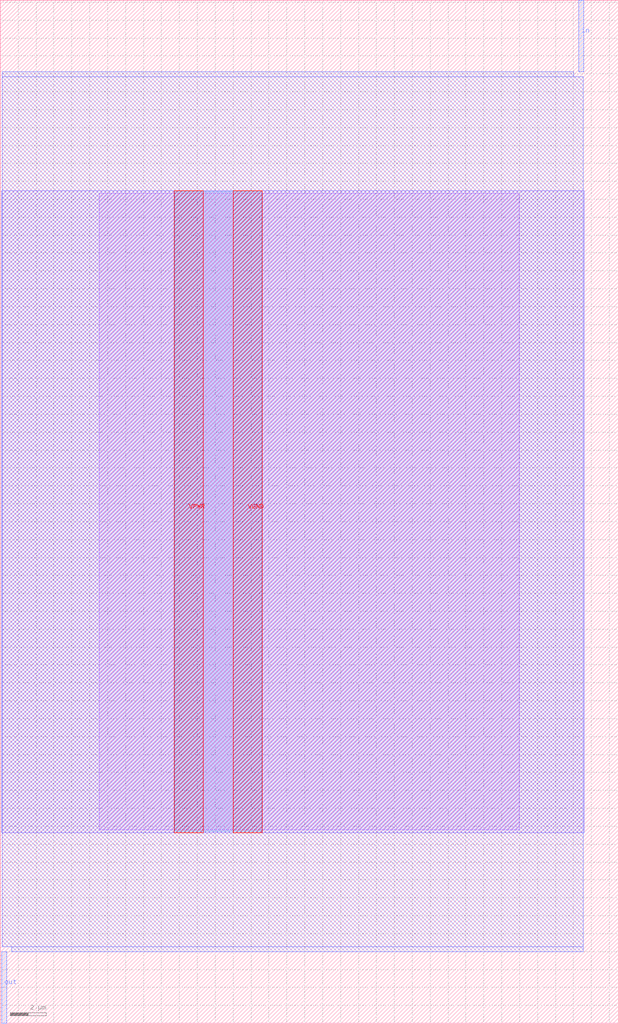
<source format=lef>
VERSION 5.7 ;
  NOWIREEXTENSIONATPIN ON ;
  DIVIDERCHAR "/" ;
  BUSBITCHARS "[]" ;
MACRO inverter
  CLASS BLOCK ;
  FOREIGN inverter ;
  ORIGIN 0.000 0.000 ;
  SIZE 34.500 BY 57.120 ;
  PIN VGND
    DIRECTION INOUT ;
    USE GROUND ;
    PORT
      LAYER met4 ;
        RECT 13.020 10.640 14.620 46.480 ;
    END
  END VGND
  PIN VPWR
    DIRECTION INOUT ;
    USE POWER ;
    PORT
      LAYER met4 ;
        RECT 9.720 10.640 11.320 46.480 ;
    END
  END VPWR
  PIN in
    DIRECTION INPUT ;
    USE SIGNAL ;
    ANTENNAGATEAREA 0.196500 ;
    PORT
      LAYER met2 ;
        RECT 32.290 53.120 32.570 57.120 ;
    END
  END in
  PIN out
    DIRECTION OUTPUT TRISTATE ;
    USE SIGNAL ;
    ANTENNADIFFAREA 0.795200 ;
    PORT
      LAYER met2 ;
        RECT 0.090 0.000 0.370 4.000 ;
    END
  END out
  OBS
      LAYER li1 ;
        RECT 5.520 10.795 28.980 46.325 ;
      LAYER met1 ;
        RECT 0.070 10.640 32.590 46.480 ;
      LAYER met2 ;
        RECT 0.100 52.840 32.010 53.120 ;
        RECT 0.100 4.280 32.560 52.840 ;
        RECT 0.650 4.000 32.560 4.280 ;
      LAYER met3 ;
        RECT 9.730 10.715 14.610 46.405 ;
  END
END inverter
END LIBRARY


</source>
